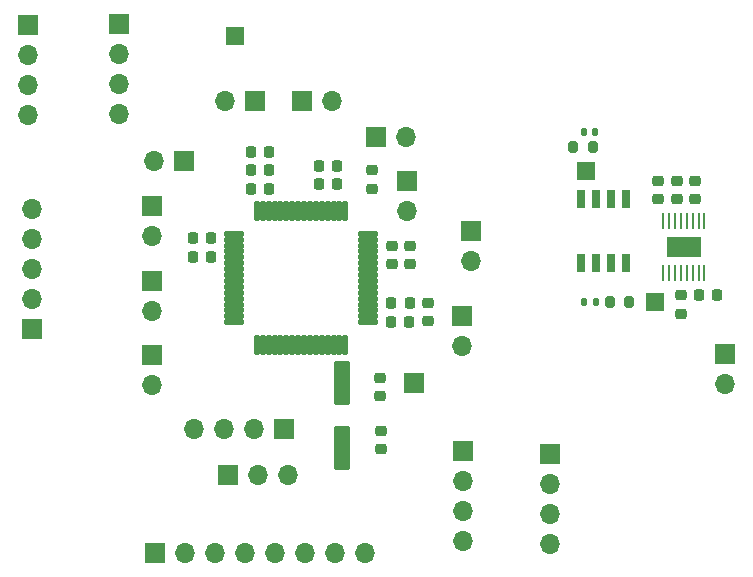
<source format=gbr>
%TF.GenerationSoftware,KiCad,Pcbnew,7.0.6*%
%TF.CreationDate,2024-02-20T00:48:49-05:00*%
%TF.ProjectId,AD7768_breakout,41443737-3638-45f6-9272-65616b6f7574,rev?*%
%TF.SameCoordinates,Original*%
%TF.FileFunction,Soldermask,Top*%
%TF.FilePolarity,Negative*%
%FSLAX46Y46*%
G04 Gerber Fmt 4.6, Leading zero omitted, Abs format (unit mm)*
G04 Created by KiCad (PCBNEW 7.0.6) date 2024-02-20 00:48:49*
%MOMM*%
%LPD*%
G01*
G04 APERTURE LIST*
G04 Aperture macros list*
%AMRoundRect*
0 Rectangle with rounded corners*
0 $1 Rounding radius*
0 $2 $3 $4 $5 $6 $7 $8 $9 X,Y pos of 4 corners*
0 Add a 4 corners polygon primitive as box body*
4,1,4,$2,$3,$4,$5,$6,$7,$8,$9,$2,$3,0*
0 Add four circle primitives for the rounded corners*
1,1,$1+$1,$2,$3*
1,1,$1+$1,$4,$5*
1,1,$1+$1,$6,$7*
1,1,$1+$1,$8,$9*
0 Add four rect primitives between the rounded corners*
20,1,$1+$1,$2,$3,$4,$5,0*
20,1,$1+$1,$4,$5,$6,$7,0*
20,1,$1+$1,$6,$7,$8,$9,0*
20,1,$1+$1,$8,$9,$2,$3,0*%
G04 Aperture macros list end*
%ADD10RoundRect,0.102000X-0.600000X1.750000X-0.600000X-1.750000X0.600000X-1.750000X0.600000X1.750000X0*%
%ADD11RoundRect,0.225000X-0.225000X-0.250000X0.225000X-0.250000X0.225000X0.250000X-0.225000X0.250000X0*%
%ADD12RoundRect,0.225000X0.225000X0.250000X-0.225000X0.250000X-0.225000X-0.250000X0.225000X-0.250000X0*%
%ADD13R,1.700000X1.700000*%
%ADD14O,1.700000X1.700000*%
%ADD15RoundRect,0.225000X-0.250000X0.225000X-0.250000X-0.225000X0.250000X-0.225000X0.250000X0.225000X0*%
%ADD16R,1.500000X1.500000*%
%ADD17RoundRect,0.200000X0.200000X0.275000X-0.200000X0.275000X-0.200000X-0.275000X0.200000X-0.275000X0*%
%ADD18RoundRect,0.147500X-0.147500X-0.172500X0.147500X-0.172500X0.147500X0.172500X-0.147500X0.172500X0*%
%ADD19RoundRect,0.225000X0.250000X-0.225000X0.250000X0.225000X-0.250000X0.225000X-0.250000X-0.225000X0*%
%ADD20R,0.279400X1.397000*%
%ADD21R,2.844800X1.651000*%
%ADD22RoundRect,0.147500X0.147500X0.172500X-0.147500X0.172500X-0.147500X-0.172500X0.147500X-0.172500X0*%
%ADD23RoundRect,0.110400X-0.771600X-0.131600X0.771600X-0.131600X0.771600X0.131600X-0.771600X0.131600X0*%
%ADD24RoundRect,0.141200X-0.100800X-0.740800X0.100800X-0.740800X0.100800X0.740800X-0.100800X0.740800X0*%
%ADD25R,0.650000X1.526000*%
G04 APERTURE END LIST*
D10*
%TO.C,Y1*%
X190925000Y-82250000D03*
X190925000Y-87750000D03*
%TD*%
D11*
%TO.C,C19*%
X221125000Y-74875000D03*
X222675000Y-74875000D03*
%TD*%
D12*
%TO.C,C14*%
X179850000Y-70050000D03*
X178300000Y-70050000D03*
%TD*%
D13*
%TO.C,J10*%
X196975000Y-82325000D03*
%TD*%
%TO.C,J1*%
X177525000Y-63525000D03*
D14*
X174985000Y-63525000D03*
%TD*%
D12*
%TO.C,C12*%
X184725000Y-64250000D03*
X183175000Y-64250000D03*
%TD*%
D15*
%TO.C,C22*%
X195125000Y-70675000D03*
X195125000Y-72225000D03*
%TD*%
D13*
%TO.C,J7*%
X201825000Y-69450000D03*
D14*
X201825000Y-71990000D03*
%TD*%
D16*
%TO.C,TP2*%
X217400000Y-75425000D03*
%TD*%
D17*
%TO.C,R2*%
X215250000Y-75450000D03*
X213600000Y-75450000D03*
%TD*%
D12*
%TO.C,C21*%
X190500000Y-65450000D03*
X188950000Y-65450000D03*
%TD*%
D13*
%TO.C,J18*%
X175100000Y-96700000D03*
D14*
X177640000Y-96700000D03*
X180180000Y-96700000D03*
X182720000Y-96700000D03*
X185260000Y-96700000D03*
X187800000Y-96700000D03*
X190340000Y-96700000D03*
X192880000Y-96700000D03*
%TD*%
D15*
%TO.C,C16*%
X198200000Y-75525000D03*
X198200000Y-77075000D03*
%TD*%
D18*
%TO.C,D1*%
X211415000Y-75450000D03*
X212385000Y-75450000D03*
%TD*%
D19*
%TO.C,C9*%
X194150000Y-83375000D03*
X194150000Y-81825000D03*
%TD*%
%TO.C,C2*%
X193475000Y-65825000D03*
X193475000Y-64275000D03*
%TD*%
D20*
%TO.C,U2*%
X221600002Y-68604500D03*
X221100000Y-68604500D03*
X220600001Y-68604500D03*
X220100000Y-68604500D03*
X219600000Y-68604500D03*
X219100002Y-68604500D03*
X218600000Y-68604500D03*
X218100001Y-68604500D03*
X218099998Y-72973300D03*
X218600000Y-72973300D03*
X219099999Y-72973300D03*
X219600000Y-72973300D03*
X220100000Y-72973300D03*
X220599998Y-72973300D03*
X221100000Y-72973300D03*
X221599999Y-72973300D03*
D21*
X219850000Y-70788900D03*
%TD*%
D17*
%TO.C,R3*%
X212150000Y-62300000D03*
X210500000Y-62300000D03*
%TD*%
D13*
%TO.C,J2*%
X174850000Y-67325000D03*
D14*
X174850000Y-69865000D03*
%TD*%
D12*
%TO.C,C13*%
X184725000Y-62700000D03*
X183175000Y-62700000D03*
%TD*%
%TO.C,C5*%
X184750000Y-65850000D03*
X183200000Y-65850000D03*
%TD*%
%TO.C,C6*%
X190500000Y-63875000D03*
X188950000Y-63875000D03*
%TD*%
D13*
%TO.C,J9*%
X223350000Y-79800000D03*
D14*
X223350000Y-82340000D03*
%TD*%
D13*
%TO.C,J6*%
X196375000Y-65225000D03*
D14*
X196375000Y-67765000D03*
%TD*%
D19*
%TO.C,C18*%
X217675000Y-66725000D03*
X217675000Y-65175000D03*
%TD*%
D13*
%TO.C,J17*%
X187550000Y-58375000D03*
D14*
X190090000Y-58375000D03*
%TD*%
D13*
%TO.C,J20*%
X201160000Y-88080000D03*
D14*
X201160000Y-90620000D03*
X201160000Y-93160000D03*
X201160000Y-95700000D03*
%TD*%
D13*
%TO.C,J13*%
X181235000Y-90075000D03*
D14*
X183775000Y-90075000D03*
X186315000Y-90075000D03*
%TD*%
D13*
%TO.C,J12*%
X186040000Y-86150000D03*
D14*
X183500000Y-86150000D03*
X180960000Y-86150000D03*
X178420000Y-86150000D03*
%TD*%
D22*
%TO.C,D2*%
X212360000Y-61000000D03*
X211390000Y-61000000D03*
%TD*%
D23*
%TO.C,U1*%
X181770000Y-69650000D03*
X181770000Y-70150000D03*
X181770000Y-70650000D03*
X181770000Y-71150000D03*
X181770000Y-71650000D03*
X181770000Y-72150000D03*
X181770000Y-72650000D03*
X181770000Y-73150000D03*
X181770000Y-73650000D03*
X181770000Y-74150000D03*
X181770000Y-74650000D03*
X181770000Y-75150000D03*
X181770000Y-75650000D03*
X181770000Y-76150000D03*
X181770000Y-76650000D03*
X181770000Y-77150000D03*
D24*
X183700000Y-79080000D03*
X184200000Y-79080000D03*
X184700000Y-79080000D03*
X185200000Y-79080000D03*
X185700000Y-79080000D03*
X186200000Y-79080000D03*
X186700000Y-79080000D03*
X187200000Y-79080000D03*
X187700000Y-79080000D03*
X188200000Y-79080000D03*
X188700000Y-79080000D03*
X189200000Y-79080000D03*
X189700000Y-79080000D03*
X190200000Y-79080000D03*
X190700000Y-79080000D03*
X191200000Y-79080000D03*
D23*
X193130000Y-77150000D03*
X193130000Y-76650000D03*
X193130000Y-76150000D03*
X193130000Y-75650000D03*
X193130000Y-75150000D03*
X193130000Y-74650000D03*
X193130000Y-74150000D03*
X193130000Y-73650000D03*
X193130000Y-73150000D03*
X193130000Y-72650000D03*
X193130000Y-72150000D03*
X193130000Y-71650000D03*
X193130000Y-71150000D03*
X193130000Y-70650000D03*
X193130000Y-70150000D03*
X193130000Y-69650000D03*
D24*
X191200000Y-67720000D03*
X190700000Y-67720000D03*
X190200000Y-67720000D03*
X189700000Y-67720000D03*
X189200000Y-67720000D03*
X188700000Y-67720000D03*
X188200000Y-67720000D03*
X187700000Y-67720000D03*
X187200000Y-67720000D03*
X186700000Y-67720000D03*
X186200000Y-67720000D03*
X185700000Y-67720000D03*
X185200000Y-67720000D03*
X184700000Y-67720000D03*
X184200000Y-67720000D03*
X183700000Y-67720000D03*
%TD*%
D13*
%TO.C,J11*%
X164650000Y-77720000D03*
D14*
X164650000Y-75180000D03*
X164650000Y-72640000D03*
X164650000Y-70100000D03*
X164650000Y-67560000D03*
%TD*%
D12*
%TO.C,C15*%
X179850000Y-71625000D03*
X178300000Y-71625000D03*
%TD*%
D11*
%TO.C,C1*%
X195075000Y-77150000D03*
X196625000Y-77150000D03*
%TD*%
D15*
%TO.C,C7*%
X196700000Y-70675000D03*
X196700000Y-72225000D03*
%TD*%
D13*
%TO.C,J14*%
X183550000Y-58375000D03*
D14*
X181010000Y-58375000D03*
%TD*%
D19*
%TO.C,C4*%
X219250000Y-66725000D03*
X219250000Y-65175000D03*
%TD*%
D13*
%TO.C,J4*%
X174800000Y-79900000D03*
D14*
X174800000Y-82440000D03*
%TD*%
D13*
%TO.C,J8*%
X201075000Y-76600000D03*
D14*
X201075000Y-79140000D03*
%TD*%
D15*
%TO.C,C20*%
X219600000Y-74875000D03*
X219600000Y-76425000D03*
%TD*%
D13*
%TO.C,J19*%
X208520000Y-88320000D03*
D14*
X208520000Y-90860000D03*
X208520000Y-93400000D03*
X208520000Y-95940000D03*
%TD*%
D19*
%TO.C,C3*%
X220800000Y-66750000D03*
X220800000Y-65200000D03*
%TD*%
D11*
%TO.C,C17*%
X195100000Y-75550000D03*
X196650000Y-75550000D03*
%TD*%
D16*
%TO.C,TP3*%
X211550000Y-64375000D03*
%TD*%
D13*
%TO.C,J16*%
X164325000Y-51950000D03*
D14*
X164325000Y-54490000D03*
X164325000Y-57030000D03*
X164325000Y-59570000D03*
%TD*%
D16*
%TO.C,TP1*%
X181860000Y-52900000D03*
%TD*%
D13*
%TO.C,J5*%
X193800000Y-61425000D03*
D14*
X196340000Y-61425000D03*
%TD*%
D25*
%TO.C,IC1*%
X211165000Y-72149000D03*
X212435000Y-72149000D03*
X213705000Y-72149000D03*
X214975000Y-72149000D03*
X214975000Y-66725000D03*
X213705000Y-66725000D03*
X212435000Y-66725000D03*
X211165000Y-66725000D03*
%TD*%
D13*
%TO.C,J3*%
X174825000Y-73625000D03*
D14*
X174825000Y-76165000D03*
%TD*%
D15*
%TO.C,C8*%
X194200000Y-86350000D03*
X194200000Y-87900000D03*
%TD*%
D13*
%TO.C,J15*%
X172025000Y-51875000D03*
D14*
X172025000Y-54415000D03*
X172025000Y-56955000D03*
X172025000Y-59495000D03*
%TD*%
M02*

</source>
